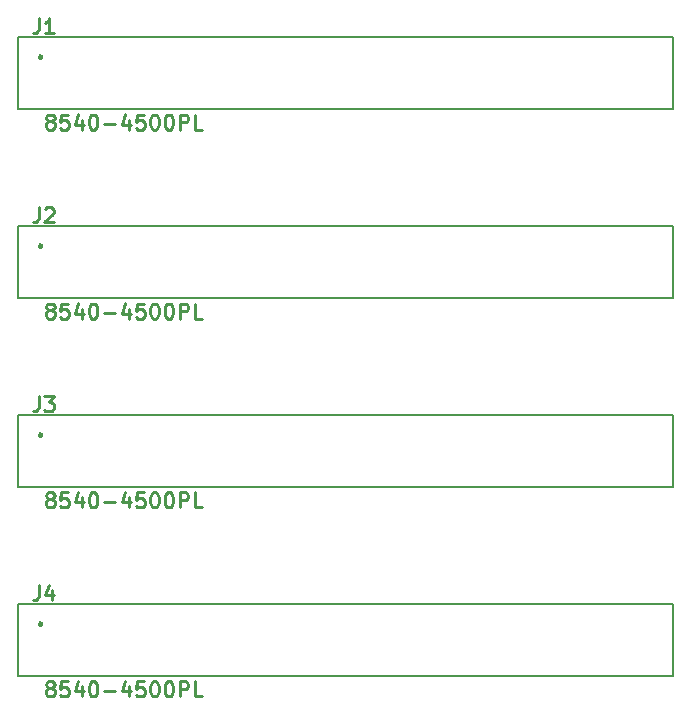
<source format=gbr>
%TF.GenerationSoftware,KiCad,Pcbnew,(5.1.5-0-10_14)*%
%TF.CreationDate,2020-01-28T13:49:23+01:00*%
%TF.ProjectId,multiblade_adapter,6d756c74-6962-46c6-9164-655f61646170,rev?*%
%TF.SameCoordinates,Original*%
%TF.FileFunction,Legend,Top*%
%TF.FilePolarity,Positive*%
%FSLAX46Y46*%
G04 Gerber Fmt 4.6, Leading zero omitted, Abs format (unit mm)*
G04 Created by KiCad (PCBNEW (5.1.5-0-10_14)) date 2020-01-28 13:49:23*
%MOMM*%
%LPD*%
G04 APERTURE LIST*
%ADD10C,0.350000*%
%ADD11C,0.200000*%
%ADD12C,0.254000*%
G04 APERTURE END LIST*
D10*
X59290000Y-104730000D02*
G75*
G03X59290000Y-104730000I-100000J0D01*
G01*
D11*
X112710000Y-103000000D02*
X112710000Y-109100000D01*
X57250000Y-103000000D02*
X112710000Y-103000000D01*
X57250000Y-109100000D02*
X57250000Y-103000000D01*
X112710000Y-109100000D02*
X57250000Y-109100000D01*
D10*
X59290000Y-120730000D02*
G75*
G03X59290000Y-120730000I-100000J0D01*
G01*
D11*
X112710000Y-119000000D02*
X112710000Y-125100000D01*
X57250000Y-119000000D02*
X112710000Y-119000000D01*
X57250000Y-125100000D02*
X57250000Y-119000000D01*
X112710000Y-125100000D02*
X57250000Y-125100000D01*
D10*
X59290000Y-136730000D02*
G75*
G03X59290000Y-136730000I-100000J0D01*
G01*
D11*
X112710000Y-135000000D02*
X112710000Y-141100000D01*
X57250000Y-135000000D02*
X112710000Y-135000000D01*
X57250000Y-141100000D02*
X57250000Y-135000000D01*
X112710000Y-141100000D02*
X57250000Y-141100000D01*
D10*
X59290000Y-152730000D02*
G75*
G03X59290000Y-152730000I-100000J0D01*
G01*
D11*
X112710000Y-151000000D02*
X112710000Y-157100000D01*
X57250000Y-151000000D02*
X112710000Y-151000000D01*
X57250000Y-157100000D02*
X57250000Y-151000000D01*
X112710000Y-157100000D02*
X57250000Y-157100000D01*
D12*
X59026666Y-101454523D02*
X59026666Y-102361666D01*
X58966190Y-102543095D01*
X58845238Y-102664047D01*
X58663809Y-102724523D01*
X58542857Y-102724523D01*
X60296666Y-102724523D02*
X59570952Y-102724523D01*
X59933809Y-102724523D02*
X59933809Y-101454523D01*
X59812857Y-101635952D01*
X59691904Y-101756904D01*
X59570952Y-101817380D01*
X59900476Y-110138809D02*
X59779523Y-110078333D01*
X59719047Y-110017857D01*
X59658571Y-109896904D01*
X59658571Y-109836428D01*
X59719047Y-109715476D01*
X59779523Y-109655000D01*
X59900476Y-109594523D01*
X60142380Y-109594523D01*
X60263333Y-109655000D01*
X60323809Y-109715476D01*
X60384285Y-109836428D01*
X60384285Y-109896904D01*
X60323809Y-110017857D01*
X60263333Y-110078333D01*
X60142380Y-110138809D01*
X59900476Y-110138809D01*
X59779523Y-110199285D01*
X59719047Y-110259761D01*
X59658571Y-110380714D01*
X59658571Y-110622619D01*
X59719047Y-110743571D01*
X59779523Y-110804047D01*
X59900476Y-110864523D01*
X60142380Y-110864523D01*
X60263333Y-110804047D01*
X60323809Y-110743571D01*
X60384285Y-110622619D01*
X60384285Y-110380714D01*
X60323809Y-110259761D01*
X60263333Y-110199285D01*
X60142380Y-110138809D01*
X61533333Y-109594523D02*
X60928571Y-109594523D01*
X60868095Y-110199285D01*
X60928571Y-110138809D01*
X61049523Y-110078333D01*
X61351904Y-110078333D01*
X61472857Y-110138809D01*
X61533333Y-110199285D01*
X61593809Y-110320238D01*
X61593809Y-110622619D01*
X61533333Y-110743571D01*
X61472857Y-110804047D01*
X61351904Y-110864523D01*
X61049523Y-110864523D01*
X60928571Y-110804047D01*
X60868095Y-110743571D01*
X62682380Y-110017857D02*
X62682380Y-110864523D01*
X62380000Y-109534047D02*
X62077619Y-110441190D01*
X62863809Y-110441190D01*
X63589523Y-109594523D02*
X63710476Y-109594523D01*
X63831428Y-109655000D01*
X63891904Y-109715476D01*
X63952380Y-109836428D01*
X64012857Y-110078333D01*
X64012857Y-110380714D01*
X63952380Y-110622619D01*
X63891904Y-110743571D01*
X63831428Y-110804047D01*
X63710476Y-110864523D01*
X63589523Y-110864523D01*
X63468571Y-110804047D01*
X63408095Y-110743571D01*
X63347619Y-110622619D01*
X63287142Y-110380714D01*
X63287142Y-110078333D01*
X63347619Y-109836428D01*
X63408095Y-109715476D01*
X63468571Y-109655000D01*
X63589523Y-109594523D01*
X64557142Y-110380714D02*
X65524761Y-110380714D01*
X66673809Y-110017857D02*
X66673809Y-110864523D01*
X66371428Y-109534047D02*
X66069047Y-110441190D01*
X66855238Y-110441190D01*
X67943809Y-109594523D02*
X67339047Y-109594523D01*
X67278571Y-110199285D01*
X67339047Y-110138809D01*
X67460000Y-110078333D01*
X67762380Y-110078333D01*
X67883333Y-110138809D01*
X67943809Y-110199285D01*
X68004285Y-110320238D01*
X68004285Y-110622619D01*
X67943809Y-110743571D01*
X67883333Y-110804047D01*
X67762380Y-110864523D01*
X67460000Y-110864523D01*
X67339047Y-110804047D01*
X67278571Y-110743571D01*
X68790476Y-109594523D02*
X68911428Y-109594523D01*
X69032380Y-109655000D01*
X69092857Y-109715476D01*
X69153333Y-109836428D01*
X69213809Y-110078333D01*
X69213809Y-110380714D01*
X69153333Y-110622619D01*
X69092857Y-110743571D01*
X69032380Y-110804047D01*
X68911428Y-110864523D01*
X68790476Y-110864523D01*
X68669523Y-110804047D01*
X68609047Y-110743571D01*
X68548571Y-110622619D01*
X68488095Y-110380714D01*
X68488095Y-110078333D01*
X68548571Y-109836428D01*
X68609047Y-109715476D01*
X68669523Y-109655000D01*
X68790476Y-109594523D01*
X70000000Y-109594523D02*
X70120952Y-109594523D01*
X70241904Y-109655000D01*
X70302380Y-109715476D01*
X70362857Y-109836428D01*
X70423333Y-110078333D01*
X70423333Y-110380714D01*
X70362857Y-110622619D01*
X70302380Y-110743571D01*
X70241904Y-110804047D01*
X70120952Y-110864523D01*
X70000000Y-110864523D01*
X69879047Y-110804047D01*
X69818571Y-110743571D01*
X69758095Y-110622619D01*
X69697619Y-110380714D01*
X69697619Y-110078333D01*
X69758095Y-109836428D01*
X69818571Y-109715476D01*
X69879047Y-109655000D01*
X70000000Y-109594523D01*
X70967619Y-110864523D02*
X70967619Y-109594523D01*
X71451428Y-109594523D01*
X71572380Y-109655000D01*
X71632857Y-109715476D01*
X71693333Y-109836428D01*
X71693333Y-110017857D01*
X71632857Y-110138809D01*
X71572380Y-110199285D01*
X71451428Y-110259761D01*
X70967619Y-110259761D01*
X72842380Y-110864523D02*
X72237619Y-110864523D01*
X72237619Y-109594523D01*
X59026666Y-117454523D02*
X59026666Y-118361666D01*
X58966190Y-118543095D01*
X58845238Y-118664047D01*
X58663809Y-118724523D01*
X58542857Y-118724523D01*
X59570952Y-117575476D02*
X59631428Y-117515000D01*
X59752380Y-117454523D01*
X60054761Y-117454523D01*
X60175714Y-117515000D01*
X60236190Y-117575476D01*
X60296666Y-117696428D01*
X60296666Y-117817380D01*
X60236190Y-117998809D01*
X59510476Y-118724523D01*
X60296666Y-118724523D01*
X59900476Y-126138809D02*
X59779523Y-126078333D01*
X59719047Y-126017857D01*
X59658571Y-125896904D01*
X59658571Y-125836428D01*
X59719047Y-125715476D01*
X59779523Y-125655000D01*
X59900476Y-125594523D01*
X60142380Y-125594523D01*
X60263333Y-125655000D01*
X60323809Y-125715476D01*
X60384285Y-125836428D01*
X60384285Y-125896904D01*
X60323809Y-126017857D01*
X60263333Y-126078333D01*
X60142380Y-126138809D01*
X59900476Y-126138809D01*
X59779523Y-126199285D01*
X59719047Y-126259761D01*
X59658571Y-126380714D01*
X59658571Y-126622619D01*
X59719047Y-126743571D01*
X59779523Y-126804047D01*
X59900476Y-126864523D01*
X60142380Y-126864523D01*
X60263333Y-126804047D01*
X60323809Y-126743571D01*
X60384285Y-126622619D01*
X60384285Y-126380714D01*
X60323809Y-126259761D01*
X60263333Y-126199285D01*
X60142380Y-126138809D01*
X61533333Y-125594523D02*
X60928571Y-125594523D01*
X60868095Y-126199285D01*
X60928571Y-126138809D01*
X61049523Y-126078333D01*
X61351904Y-126078333D01*
X61472857Y-126138809D01*
X61533333Y-126199285D01*
X61593809Y-126320238D01*
X61593809Y-126622619D01*
X61533333Y-126743571D01*
X61472857Y-126804047D01*
X61351904Y-126864523D01*
X61049523Y-126864523D01*
X60928571Y-126804047D01*
X60868095Y-126743571D01*
X62682380Y-126017857D02*
X62682380Y-126864523D01*
X62380000Y-125534047D02*
X62077619Y-126441190D01*
X62863809Y-126441190D01*
X63589523Y-125594523D02*
X63710476Y-125594523D01*
X63831428Y-125655000D01*
X63891904Y-125715476D01*
X63952380Y-125836428D01*
X64012857Y-126078333D01*
X64012857Y-126380714D01*
X63952380Y-126622619D01*
X63891904Y-126743571D01*
X63831428Y-126804047D01*
X63710476Y-126864523D01*
X63589523Y-126864523D01*
X63468571Y-126804047D01*
X63408095Y-126743571D01*
X63347619Y-126622619D01*
X63287142Y-126380714D01*
X63287142Y-126078333D01*
X63347619Y-125836428D01*
X63408095Y-125715476D01*
X63468571Y-125655000D01*
X63589523Y-125594523D01*
X64557142Y-126380714D02*
X65524761Y-126380714D01*
X66673809Y-126017857D02*
X66673809Y-126864523D01*
X66371428Y-125534047D02*
X66069047Y-126441190D01*
X66855238Y-126441190D01*
X67943809Y-125594523D02*
X67339047Y-125594523D01*
X67278571Y-126199285D01*
X67339047Y-126138809D01*
X67460000Y-126078333D01*
X67762380Y-126078333D01*
X67883333Y-126138809D01*
X67943809Y-126199285D01*
X68004285Y-126320238D01*
X68004285Y-126622619D01*
X67943809Y-126743571D01*
X67883333Y-126804047D01*
X67762380Y-126864523D01*
X67460000Y-126864523D01*
X67339047Y-126804047D01*
X67278571Y-126743571D01*
X68790476Y-125594523D02*
X68911428Y-125594523D01*
X69032380Y-125655000D01*
X69092857Y-125715476D01*
X69153333Y-125836428D01*
X69213809Y-126078333D01*
X69213809Y-126380714D01*
X69153333Y-126622619D01*
X69092857Y-126743571D01*
X69032380Y-126804047D01*
X68911428Y-126864523D01*
X68790476Y-126864523D01*
X68669523Y-126804047D01*
X68609047Y-126743571D01*
X68548571Y-126622619D01*
X68488095Y-126380714D01*
X68488095Y-126078333D01*
X68548571Y-125836428D01*
X68609047Y-125715476D01*
X68669523Y-125655000D01*
X68790476Y-125594523D01*
X70000000Y-125594523D02*
X70120952Y-125594523D01*
X70241904Y-125655000D01*
X70302380Y-125715476D01*
X70362857Y-125836428D01*
X70423333Y-126078333D01*
X70423333Y-126380714D01*
X70362857Y-126622619D01*
X70302380Y-126743571D01*
X70241904Y-126804047D01*
X70120952Y-126864523D01*
X70000000Y-126864523D01*
X69879047Y-126804047D01*
X69818571Y-126743571D01*
X69758095Y-126622619D01*
X69697619Y-126380714D01*
X69697619Y-126078333D01*
X69758095Y-125836428D01*
X69818571Y-125715476D01*
X69879047Y-125655000D01*
X70000000Y-125594523D01*
X70967619Y-126864523D02*
X70967619Y-125594523D01*
X71451428Y-125594523D01*
X71572380Y-125655000D01*
X71632857Y-125715476D01*
X71693333Y-125836428D01*
X71693333Y-126017857D01*
X71632857Y-126138809D01*
X71572380Y-126199285D01*
X71451428Y-126259761D01*
X70967619Y-126259761D01*
X72842380Y-126864523D02*
X72237619Y-126864523D01*
X72237619Y-125594523D01*
X59026666Y-133454523D02*
X59026666Y-134361666D01*
X58966190Y-134543095D01*
X58845238Y-134664047D01*
X58663809Y-134724523D01*
X58542857Y-134724523D01*
X59510476Y-133454523D02*
X60296666Y-133454523D01*
X59873333Y-133938333D01*
X60054761Y-133938333D01*
X60175714Y-133998809D01*
X60236190Y-134059285D01*
X60296666Y-134180238D01*
X60296666Y-134482619D01*
X60236190Y-134603571D01*
X60175714Y-134664047D01*
X60054761Y-134724523D01*
X59691904Y-134724523D01*
X59570952Y-134664047D01*
X59510476Y-134603571D01*
X59900476Y-142138809D02*
X59779523Y-142078333D01*
X59719047Y-142017857D01*
X59658571Y-141896904D01*
X59658571Y-141836428D01*
X59719047Y-141715476D01*
X59779523Y-141655000D01*
X59900476Y-141594523D01*
X60142380Y-141594523D01*
X60263333Y-141655000D01*
X60323809Y-141715476D01*
X60384285Y-141836428D01*
X60384285Y-141896904D01*
X60323809Y-142017857D01*
X60263333Y-142078333D01*
X60142380Y-142138809D01*
X59900476Y-142138809D01*
X59779523Y-142199285D01*
X59719047Y-142259761D01*
X59658571Y-142380714D01*
X59658571Y-142622619D01*
X59719047Y-142743571D01*
X59779523Y-142804047D01*
X59900476Y-142864523D01*
X60142380Y-142864523D01*
X60263333Y-142804047D01*
X60323809Y-142743571D01*
X60384285Y-142622619D01*
X60384285Y-142380714D01*
X60323809Y-142259761D01*
X60263333Y-142199285D01*
X60142380Y-142138809D01*
X61533333Y-141594523D02*
X60928571Y-141594523D01*
X60868095Y-142199285D01*
X60928571Y-142138809D01*
X61049523Y-142078333D01*
X61351904Y-142078333D01*
X61472857Y-142138809D01*
X61533333Y-142199285D01*
X61593809Y-142320238D01*
X61593809Y-142622619D01*
X61533333Y-142743571D01*
X61472857Y-142804047D01*
X61351904Y-142864523D01*
X61049523Y-142864523D01*
X60928571Y-142804047D01*
X60868095Y-142743571D01*
X62682380Y-142017857D02*
X62682380Y-142864523D01*
X62380000Y-141534047D02*
X62077619Y-142441190D01*
X62863809Y-142441190D01*
X63589523Y-141594523D02*
X63710476Y-141594523D01*
X63831428Y-141655000D01*
X63891904Y-141715476D01*
X63952380Y-141836428D01*
X64012857Y-142078333D01*
X64012857Y-142380714D01*
X63952380Y-142622619D01*
X63891904Y-142743571D01*
X63831428Y-142804047D01*
X63710476Y-142864523D01*
X63589523Y-142864523D01*
X63468571Y-142804047D01*
X63408095Y-142743571D01*
X63347619Y-142622619D01*
X63287142Y-142380714D01*
X63287142Y-142078333D01*
X63347619Y-141836428D01*
X63408095Y-141715476D01*
X63468571Y-141655000D01*
X63589523Y-141594523D01*
X64557142Y-142380714D02*
X65524761Y-142380714D01*
X66673809Y-142017857D02*
X66673809Y-142864523D01*
X66371428Y-141534047D02*
X66069047Y-142441190D01*
X66855238Y-142441190D01*
X67943809Y-141594523D02*
X67339047Y-141594523D01*
X67278571Y-142199285D01*
X67339047Y-142138809D01*
X67460000Y-142078333D01*
X67762380Y-142078333D01*
X67883333Y-142138809D01*
X67943809Y-142199285D01*
X68004285Y-142320238D01*
X68004285Y-142622619D01*
X67943809Y-142743571D01*
X67883333Y-142804047D01*
X67762380Y-142864523D01*
X67460000Y-142864523D01*
X67339047Y-142804047D01*
X67278571Y-142743571D01*
X68790476Y-141594523D02*
X68911428Y-141594523D01*
X69032380Y-141655000D01*
X69092857Y-141715476D01*
X69153333Y-141836428D01*
X69213809Y-142078333D01*
X69213809Y-142380714D01*
X69153333Y-142622619D01*
X69092857Y-142743571D01*
X69032380Y-142804047D01*
X68911428Y-142864523D01*
X68790476Y-142864523D01*
X68669523Y-142804047D01*
X68609047Y-142743571D01*
X68548571Y-142622619D01*
X68488095Y-142380714D01*
X68488095Y-142078333D01*
X68548571Y-141836428D01*
X68609047Y-141715476D01*
X68669523Y-141655000D01*
X68790476Y-141594523D01*
X70000000Y-141594523D02*
X70120952Y-141594523D01*
X70241904Y-141655000D01*
X70302380Y-141715476D01*
X70362857Y-141836428D01*
X70423333Y-142078333D01*
X70423333Y-142380714D01*
X70362857Y-142622619D01*
X70302380Y-142743571D01*
X70241904Y-142804047D01*
X70120952Y-142864523D01*
X70000000Y-142864523D01*
X69879047Y-142804047D01*
X69818571Y-142743571D01*
X69758095Y-142622619D01*
X69697619Y-142380714D01*
X69697619Y-142078333D01*
X69758095Y-141836428D01*
X69818571Y-141715476D01*
X69879047Y-141655000D01*
X70000000Y-141594523D01*
X70967619Y-142864523D02*
X70967619Y-141594523D01*
X71451428Y-141594523D01*
X71572380Y-141655000D01*
X71632857Y-141715476D01*
X71693333Y-141836428D01*
X71693333Y-142017857D01*
X71632857Y-142138809D01*
X71572380Y-142199285D01*
X71451428Y-142259761D01*
X70967619Y-142259761D01*
X72842380Y-142864523D02*
X72237619Y-142864523D01*
X72237619Y-141594523D01*
X59026666Y-149454523D02*
X59026666Y-150361666D01*
X58966190Y-150543095D01*
X58845238Y-150664047D01*
X58663809Y-150724523D01*
X58542857Y-150724523D01*
X60175714Y-149877857D02*
X60175714Y-150724523D01*
X59873333Y-149394047D02*
X59570952Y-150301190D01*
X60357142Y-150301190D01*
X59900476Y-158138809D02*
X59779523Y-158078333D01*
X59719047Y-158017857D01*
X59658571Y-157896904D01*
X59658571Y-157836428D01*
X59719047Y-157715476D01*
X59779523Y-157655000D01*
X59900476Y-157594523D01*
X60142380Y-157594523D01*
X60263333Y-157655000D01*
X60323809Y-157715476D01*
X60384285Y-157836428D01*
X60384285Y-157896904D01*
X60323809Y-158017857D01*
X60263333Y-158078333D01*
X60142380Y-158138809D01*
X59900476Y-158138809D01*
X59779523Y-158199285D01*
X59719047Y-158259761D01*
X59658571Y-158380714D01*
X59658571Y-158622619D01*
X59719047Y-158743571D01*
X59779523Y-158804047D01*
X59900476Y-158864523D01*
X60142380Y-158864523D01*
X60263333Y-158804047D01*
X60323809Y-158743571D01*
X60384285Y-158622619D01*
X60384285Y-158380714D01*
X60323809Y-158259761D01*
X60263333Y-158199285D01*
X60142380Y-158138809D01*
X61533333Y-157594523D02*
X60928571Y-157594523D01*
X60868095Y-158199285D01*
X60928571Y-158138809D01*
X61049523Y-158078333D01*
X61351904Y-158078333D01*
X61472857Y-158138809D01*
X61533333Y-158199285D01*
X61593809Y-158320238D01*
X61593809Y-158622619D01*
X61533333Y-158743571D01*
X61472857Y-158804047D01*
X61351904Y-158864523D01*
X61049523Y-158864523D01*
X60928571Y-158804047D01*
X60868095Y-158743571D01*
X62682380Y-158017857D02*
X62682380Y-158864523D01*
X62380000Y-157534047D02*
X62077619Y-158441190D01*
X62863809Y-158441190D01*
X63589523Y-157594523D02*
X63710476Y-157594523D01*
X63831428Y-157655000D01*
X63891904Y-157715476D01*
X63952380Y-157836428D01*
X64012857Y-158078333D01*
X64012857Y-158380714D01*
X63952380Y-158622619D01*
X63891904Y-158743571D01*
X63831428Y-158804047D01*
X63710476Y-158864523D01*
X63589523Y-158864523D01*
X63468571Y-158804047D01*
X63408095Y-158743571D01*
X63347619Y-158622619D01*
X63287142Y-158380714D01*
X63287142Y-158078333D01*
X63347619Y-157836428D01*
X63408095Y-157715476D01*
X63468571Y-157655000D01*
X63589523Y-157594523D01*
X64557142Y-158380714D02*
X65524761Y-158380714D01*
X66673809Y-158017857D02*
X66673809Y-158864523D01*
X66371428Y-157534047D02*
X66069047Y-158441190D01*
X66855238Y-158441190D01*
X67943809Y-157594523D02*
X67339047Y-157594523D01*
X67278571Y-158199285D01*
X67339047Y-158138809D01*
X67460000Y-158078333D01*
X67762380Y-158078333D01*
X67883333Y-158138809D01*
X67943809Y-158199285D01*
X68004285Y-158320238D01*
X68004285Y-158622619D01*
X67943809Y-158743571D01*
X67883333Y-158804047D01*
X67762380Y-158864523D01*
X67460000Y-158864523D01*
X67339047Y-158804047D01*
X67278571Y-158743571D01*
X68790476Y-157594523D02*
X68911428Y-157594523D01*
X69032380Y-157655000D01*
X69092857Y-157715476D01*
X69153333Y-157836428D01*
X69213809Y-158078333D01*
X69213809Y-158380714D01*
X69153333Y-158622619D01*
X69092857Y-158743571D01*
X69032380Y-158804047D01*
X68911428Y-158864523D01*
X68790476Y-158864523D01*
X68669523Y-158804047D01*
X68609047Y-158743571D01*
X68548571Y-158622619D01*
X68488095Y-158380714D01*
X68488095Y-158078333D01*
X68548571Y-157836428D01*
X68609047Y-157715476D01*
X68669523Y-157655000D01*
X68790476Y-157594523D01*
X70000000Y-157594523D02*
X70120952Y-157594523D01*
X70241904Y-157655000D01*
X70302380Y-157715476D01*
X70362857Y-157836428D01*
X70423333Y-158078333D01*
X70423333Y-158380714D01*
X70362857Y-158622619D01*
X70302380Y-158743571D01*
X70241904Y-158804047D01*
X70120952Y-158864523D01*
X70000000Y-158864523D01*
X69879047Y-158804047D01*
X69818571Y-158743571D01*
X69758095Y-158622619D01*
X69697619Y-158380714D01*
X69697619Y-158078333D01*
X69758095Y-157836428D01*
X69818571Y-157715476D01*
X69879047Y-157655000D01*
X70000000Y-157594523D01*
X70967619Y-158864523D02*
X70967619Y-157594523D01*
X71451428Y-157594523D01*
X71572380Y-157655000D01*
X71632857Y-157715476D01*
X71693333Y-157836428D01*
X71693333Y-158017857D01*
X71632857Y-158138809D01*
X71572380Y-158199285D01*
X71451428Y-158259761D01*
X70967619Y-158259761D01*
X72842380Y-158864523D02*
X72237619Y-158864523D01*
X72237619Y-157594523D01*
M02*

</source>
